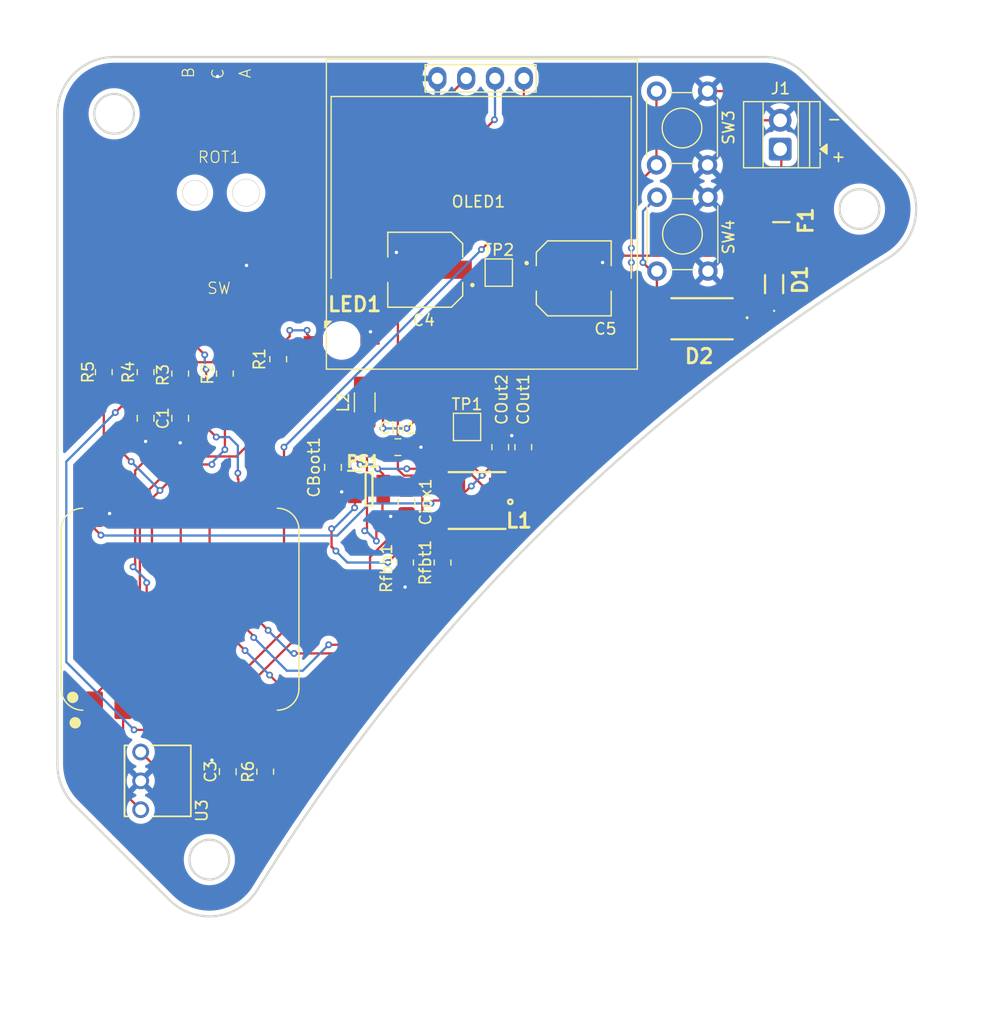
<source format=kicad_pcb>
(kicad_pcb (version 20241229) (generator "pcbnew") (generator_version "9.0")
  (layers (0 "F.Cu" signal) (2 "B.Cu" signal) (13 "F.Paste" user) (15 "B.Paste" user) (5 "F.SilkS" user "F.Silkscreen") (7 "B.SilkS" user "B.Silkscreen") (1 "F.Mask" user) (3 "B.Mask" user) (25 "Edge.Cuts" user))
  (net 0 "")
  (net 1 "Net-(OLED1-SCL)")
  (net 2 "Net-(U1-D2)")
  (net 3 "Net-(U1-D3)")
  (net 4 "Net-(D1-A)")
  (net 5 "Net-(OLED1-SDA)")
  (net 6 "Net-(D1-K)")
  (net 7 "+12V")
  (net 8 "Net-(PS1-CB)")
  (net 9 "/3V3")
  (net 10 "GND")
  (net 11 "Net-(PS1-FB)")
  (net 12 "Net-(PS1-SW)")
  (net 13 "Net-(LED1-A)")
  (net 14 "Net-(U1-D0)")
  (net 15 "Net-(U1-D8)")
  (net 16 "Net-(R2-Pad2)")
  (net 17 "Net-(U1-D10)")
  (net 18 "Net-(R4-Pad1)")
  (net 19 "Net-(U1-D9)")
  (net 21 "+5V")
  (net 22 "Net-(U1-D1)")
  (net 24 "Net-(U3-VS)")
  (net 25 "Net-(PS1-EN)")
  (footprint "Resistor_SMD:R_0805_2012Metric_Pad1.20x1.40mm_HandSolder" (layer "F.Cu") (at 128.27 83.058 -90)
    (property "Reference" "R3" (at 0.127 1.524 90) (layer "F.SilkS"))
    (property "Value" "10k")
    (pad "1" smd roundrect (at -1 0 270) (size 1.2 1.4) (layers "F.Cu" "F.Mask" "F.Paste") (roundrect_rratio 0.208333) (net 16 "Net-(R2-Pad2)"))
    (pad "2" smd roundrect (at 1 0 270) (size 1.2 1.4) (layers "F.Cu" "F.Mask" "F.Paste") (roundrect_rratio 0.208333) (net 2 "Net-(U1-D2)"))
  )
  (footprint "Resistor_SMD:R_0805_2012Metric_Pad1.20x1.40mm_HandSolder" (layer "F.Cu") (at 151.384 99.695 -90)
    (property "Reference" "Rfbt1" (at 0 1.524 90) (layer "F.SilkS"))
    (property "Value" "88.7k")
    (pad "1" smd roundrect (at -1 0 270) (size 1.2 1.4) (layers "F.Cu" "F.Mask" "F.Paste") (roundrect_rratio 0.208333) (net 21 "+5V"))
    (pad "2" smd roundrect (at 1 0 270) (size 1.2 1.4) (layers "F.Cu" "F.Mask" "F.Paste") (roundrect_rratio 0.208333) (net 11 "Net-(PS1-FB)"))
  )
  (footprint "CAP_EEEFK1V470P:CAP_EEEFK1V470P" (layer "F.Cu") (at 162.941 74.676)
    (property "Reference" "C5" (at 2.794 4.445 0) (layer "F.SilkS"))
    (property "Value" "47uF")
    (pad "1" smd rect (at -2.5 0) (size 3.2 1.6) (layers "F.Cu" "F.Mask" "F.Paste") (net 6 "Net-(D1-K)"))
    (pad "2" smd rect (at 2.5 0) (size 3.2 1.6) (layers "F.Cu" "F.Mask" "F.Paste") (net 10 "GND"))
  )
  (footprint "LMR50410XDBVR:SOT95P280X145-6N" (layer "F.Cu") (at 144.907 93.218)
    (property "Reference" "PS1" (at -0.508 -2.413 0) (layer "F.SilkS") (effects (font (thickness 0.25))))
    (property "Value" "LMR50410XDBVR" (hide yes))
    (pad "1" smd rect (at -1.25 -0.95 90) (size 0.6 1.2) (layers "F.Cu" "F.Mask" "F.Paste") (net 8 "Net-(PS1-CB)"))
    (pad "2" smd rect (at -1.25 0 90) (size 0.6 1.2) (layers "F.Cu" "F.Mask" "F.Paste") (net 10 "GND"))
    (pad "3" smd rect (at -1.25 0.95 90) (size 0.6 1.2) (layers "F.Cu" "F.Mask" "F.Paste") (net 11 "Net-(PS1-FB)"))
    (pad "4" smd rect (at 1.25 0.95 90) (size 0.6 1.2) (layers "F.Cu" "F.Mask" "F.Paste") (net 25 "Net-(PS1-EN)"))
    (pad "5" smd rect (at 1.25 0 90) (size 0.6 1.2) (layers "F.Cu" "F.Mask" "F.Paste") (net 25 "Net-(PS1-EN)"))
    (pad "6" smd rect (at 1.25 -0.95 90) (size 0.6 1.2) (layers "F.Cu" "F.Mask" "F.Paste") (net 12 "Net-(PS1-SW)"))
  )
  (footprint "Capacitor_SMD:C_0805_2012Metric_Pad1.18x1.45mm_HandSolder" (layer "F.Cu") (at 148.209 94.361 -90)
    (property "Reference" "Cinx1" (at 0 -1.68 270) (layer "F.SilkS"))
    (property "Value" "100nF")
    (pad "1" smd roundrect (at -1.0375 0 270) (size 1.175 1.45) (layers "F.Cu" "F.Mask" "F.Paste") (roundrect_rratio 0.212766) (net 25 "Net-(PS1-EN)"))
    (pad "2" smd roundrect (at 1.0375 0 270) (size 1.175 1.45) (layers "F.Cu" "F.Mask" "F.Paste") (roundrect_rratio 0.212766) (net 10 "GND"))
  )
  (footprint "XIAO:XIAO-ESP32S3-DIP" (layer "F.Cu") (at 128.32 103.804 90)
    (property "Reference" "U1" (hide yes))
    (property "Value" "XIAO-ESP32-C6-DIP" (hide yes))
    (pad "1" smd roundrect (at -8.455 -7.62 270) (size 2.432 1.524) (layers "F.Cu" "F.Mask" "F.Paste") (roundrect_rratio 0.1) (net 14 "Net-(U1-D0)"))
    (pad "2" smd roundrect (at -8.455 -5.08 270) (size 2.432 1.524) (layers "F.Cu" "F.Mask" "F.Paste") (roundrect_rratio 0.1) (net 22 "Net-(U1-D1)"))
    (pad "3" smd roundrect (at -8.455 -2.54 270) (size 2.432 1.524) (layers "F.Cu" "F.Mask" "F.Paste") (roundrect_rratio 0.1) (net 2 "Net-(U1-D2)"))
    (pad "4" smd roundrect (at -8.455 0 270) (size 2.432 1.524) (layers "F.Cu" "F.Mask" "F.Paste") (roundrect_rratio 0.1) (net 3 "Net-(U1-D3)"))
    (pad "5" smd roundrect (at -8.455 2.54 270) (size 2.432 1.524) (layers "F.Cu" "F.Mask" "F.Paste") (roundrect_rratio 0.1) (net 5 "Net-(OLED1-SDA)"))
    (pad "6" smd roundrect (at -8.455 5.08 270) (size 2.432 1.524) (layers "F.Cu" "F.Mask" "F.Paste") (roundrect_rratio 0.1) (net 1 "Net-(OLED1-SCL)"))
    (pad "7" smd roundrect (at -8.455 7.62 270) (size 2.432 1.524) (layers "F.Cu" "F.Mask" "F.Paste") (roundrect_rratio 0.1))
    (pad "8" smd roundrect (at 8.455 7.62 90) (size 2.432 1.524) (layers "F.Cu" "F.Mask" "F.Paste") (roundrect_rratio 0.1))
    (pad "9" smd roundrect (at 8.455 5.08 90) (size 2.432 1.524) (layers "F.Cu" "F.Mask" "F.Paste") (roundrect_rratio 0.1) (net 15 "Net-(U1-D8)"))
    (pad "10" smd roundrect (at 8.455 2.54 90) (size 2.432 1.524) (layers "F.Cu" "F.Mask" "F.Paste") (roundrect_rratio 0.1) (net 19 "Net-(U1-D9)"))
    (pad "11" smd roundrect (at 8.455 0 90) (size 2.432 1.524) (layers "F.Cu" "F.Mask" "F.Paste") (roundrect_rratio 0.1) (net 17 "Net-(U1-D10)"))
    (pad "12" smd roundrect (at 8.455 -2.54 90) (size 2.432 1.524) (layers "F.Cu" "F.Mask" "F.Paste") (roundrect_rratio 0.1) (net 9 "/3V3"))
    (pad "13" smd roundrect (at 8.455 -5.08 90) (size 2.432 1.524) (layers "F.Cu" "F.Mask" "F.Paste") (roundrect_rratio 0.1) (net 10 "GND"))
    (pad "14" smd roundrect (at 8.455 -7.62 90) (size 2.432 1.524) (layers "F.Cu" "F.Mask" "F.Paste") (roundrect_rratio 0.1) (net 21 "+5V"))
  )
  (footprint "Button_Switch_THT:SW_TH_Tactile_Omron_B3F-100x" (layer "F.Cu") (at 170.23 64.688 90)
    (property "Reference" "SW3" (at 3.302 6.35 90) (layer "F.SilkS"))
    (property "Value" "InOut")
    (pad "1" thru_hole circle (at 0 0 90) (size 1.7 1.7) (drill 1) (layers "*.Cu" "*.Mask") (net 17 "Net-(U1-D10)"))
    (pad "1" thru_hole circle (at 6.5 0 90) (size 1.7 1.7) (drill 1) (layers "*.Cu" "*.Mask") (net 17 "Net-(U1-D10)"))
    (pad "2" thru_hole circle (at 0 4.5 90) (size 1.7 1.7) (drill 1) (layers "*.Cu" "*.Mask") (net 10 "GND"))
    (pad "2" thru_hole circle (at 6.5 4.5 90) (size 1.7 1.7) (drill 1) (layers "*.Cu" "*.Mask") (net 10 "GND"))
  )
  (footprint "SRN5040:SRN5040" (layer "F.Cu") (at 154.422 94.234 180)
    (property "Reference" "L1" (at -3.693 -1.778 0) (layer "F.SilkS") (effects (font (size 1.27 1.27) (thickness 0.254))))
    (property "Value" "15uH" (hide yes))
    (pad "1" smd rect (at -1.8 0 180) (size 1.5 4) (layers "F.Cu" "F.Mask" "F.Paste") (net 12 "Net-(PS1-SW)"))
    (pad "2" smd rect (at 1.8 0 180) (size 1.5 4) (layers "F.Cu" "F.Mask" "F.Paste") (net 21 "+5V"))
  )
  (footprint "TerminalBlock:TerminalBlock_Xinya_XY308-2.54-2P_1x02_P2.54mm_Horizontal" (layer "F.Cu") (at 181.1235 63.296 90)
    (property "Reference" "J1" (at 5.339 0.0285 180) (layer "F.SilkS"))
    (property "Value" "Power IN")
    (pad "1" thru_hole roundrect (at 0 0 90) (size 2 2) (drill 1.2) (layers "*.Cu" "*.Mask") (roundrect_rratio 0.125) (net 7 "+12V"))
    (pad "2" thru_hole circle (at 2.539999 0 90) (size 2 2) (drill 1.2) (layers "*.Cu" "*.Mask") (net 10 "GND"))
  )
  (footprint "Resistor_SMD:R_0805_2012Metric_Pad1.20x1.40mm_HandSolder" (layer "F.Cu") (at 121.539 82.931 -90)
    (property "Reference" "R5" (at 0 1.397 90) (layer "F.SilkS"))
    (property "Value" "10k")
    (pad "1" smd roundrect (at -1 0 270) (size 1.2 1.4) (layers "F.Cu" "F.Mask" "F.Paste") (roundrect_rratio 0.208333) (net 18 "Net-(R4-Pad1)"))
    (pad "2" smd roundrect (at 1 0 270) (size 1.2 1.4) (layers "F.Cu" "F.Mask" "F.Paste") (roundrect_rratio 0.208333) (net 9 "/3V3"))
  )
  (footprint "Inductor_SMD:L_1206_3216Metric_Pad1.22x1.90mm_HandSolder" (layer "F.Cu") (at 144.526 85.598 90)
    (property "Reference" "L2" (at 0 -1.9 90) (layer "F.SilkS"))
    (property "Value" "L_Ferrite")
    (pad "1" smd roundrect (at -1.6625 0 90) (size 1.225 1.9) (layers "F.Cu" "F.Mask" "F.Paste") (roundrect_rratio 0.204082) (net 25 "Net-(PS1-EN)"))
    (pad "2" smd roundrect (at 1.6625 0 90) (size 1.225 1.9) (layers "F.Cu" "F.Mask" "F.Paste") (roundrect_rratio 0.204082) (net 6 "Net-(D1-K)"))
  )
  (footprint "Resistor_SMD:R_0805_2012Metric_Pad1.20x1.40mm_HandSolder" (layer "F.Cu") (at 125.222 82.931 -90)
    (property "Reference" "R4" (at 0 1.524 90) (layer "F.SilkS"))
    (property "Value" "10k")
    (pad "1" smd roundrect (at -1 0 270) (size 1.2 1.4) (layers "F.Cu" "F.Mask" "F.Paste") (roundrect_rratio 0.208333) (net 18 "Net-(R4-Pad1)"))
    (pad "2" smd roundrect (at 1 0 270) (size 1.2 1.4) (layers "F.Cu" "F.Mask" "F.Paste") (roundrect_rratio 0.208333) (net 3 "Net-(U1-D3)"))
  )
  (footprint "TSOP48:TSOP48_VIS" (layer "F.Cu") (at 124.77998 121.449696 90)
    (property "Reference" "U3" (at -0.089304 5.39502 90) (layer "F.SilkS"))
    (property "Value" "TSOP4838")
    (pad "1" thru_hole circle (at -0.007304 0.00942 90) (size 1.4732 1.4732) (drill 0.9652) (layers "*.Cu" "*.Mask") (net 22 "Net-(U1-D1)"))
    (pad "2" thru_hole circle (at 2.532696 0.00942 90) (size 1.4732 1.4732) (drill 0.9652) (layers "*.Cu" "*.Mask") (net 10 "GND"))
    (pad "3" thru_hole circle (at 5.072696 0.00942 90) (size 1.4732 1.4732) (drill 0.9652) (layers "*.Cu" "*.Mask") (net 24 "Net-(U3-VS)"))
  )
  (footprint "TestPoint:TestPoint_Pad_2.0x2.0mm" (layer "F.Cu") (at 153.543 87.757)
    (property "Reference" "TP1" (at 0 -1.998 0) (layer "F.SilkS"))
    (property "Value" "TestPoint")
    (pad "1" smd rect (at 0 0) (size 2 2) (layers "F.Cu" "F.Mask") (net 21 "+5V"))
  )
  (footprint "OLED_1306:128x64OLED" (layer "F.Cu") (at 154.546 67.668)
    (property "Reference" "OLED1" (at 0 0.254 0) (layer "F.SilkS"))
    (property "Value" "SSD1306")
    (pad "1" thru_hole oval (at -3.62 -10.6 90) (size 2 1.6) (drill 1) (layers "*.Cu" "*.Mask") (net 10 "GND"))
    (pad "2" thru_hole oval (at -1.08 -10.6 90) (size 2 1.6) (drill 1) (layers "*.Cu" "*.Mask") (net 9 "/3V3"))
    (pad "3" thru_hole oval (at 1.46 -10.6 90) (size 2 1.6) (drill 1) (layers "*.Cu" "*.Mask") (net 1 "Net-(OLED1-SCL)"))
    (pad "4" thru_hole oval (at 4 -10.6 90) (size 2 1.6) (drill 1) (layers "*.Cu" "*.Mask") (net 5 "Net-(OLED1-SDA)"))
  )
  (footprint "RB168MM40TFTR:RB168MM40TFTR" (layer "F.Cu") (at 180.594 75.183 180)
    (property "Reference" "D1" (at -2.286 0.381 90) (layer "F.SilkS") (effects (font (size 1.27 1.27) (thickness 0.254))))
    (property "Value" "RB168MM-40TFTR" (hide yes))
    (pad "1" smd rect (at 0 -1.525 270) (size 0.85 1.2) (layers "F.Cu" "F.Mask" "F.Paste") (net 6 "Net-(D1-K)"))
    (pad "2" smd rect (at 0 1.525 270) (size 0.85 1.2) (layers "F.Cu" "F.Mask" "F.Paste") (net 4 "Net-(D1-A)"))
  )
  (footprint "Capacitor_SMD:C_0805_2012Metric_Pad1.18x1.45mm_HandSolder" (layer "F.Cu") (at 125.222 86.995 -90)
    (property "Reference" "C2" (hide yes))
    (property "Value" "10nF")
    (pad "1" smd roundrect (at -1.0375 0 270) (size 1.175 1.45) (layers "F.Cu" "F.Mask" "F.Paste") (roundrect_rratio 0.212766) (net 3 "Net-(U1-D3)"))
    (pad "2" smd roundrect (at 1.0375 0 270) (size 1.175 1.45) (layers "F.Cu" "F.Mask" "F.Paste") (roundrect_rratio 0.212766) (net 10 "GND"))
  )
  (footprint "CAP_EEEFK1V470P:CAP_EEEFK1V470P" (layer "F.Cu") (at 149.86 73.914 180)
    (property "Reference" "C4" (at 0.127 -4.445 0) (layer "F.SilkS"))
    (property "Value" "47uF")
    (pad "1" smd rect (at -2.5 0 180) (size 3.2 1.6) (layers "F.Cu" "F.Mask" "F.Paste") (net 6 "Net-(D1-K)"))
    (pad "2" smd rect (at 2.5 0 180) (size 3.2 1.6) (layers "F.Cu" "F.Mask" "F.Paste") (net 10 "GND"))
  )
  (footprint "Button_Switch_THT:SW_TH_Tactile_Omron_B3F-100x" (layer "F.Cu") (at 170.266 74.034 90)
    (property "Reference" "SW4" (at 2.996 6.314 270) (layer "F.SilkS"))
    (property "Value" "OnOff")
    (pad "1" thru_hole circle (at 0 0 90) (size 1.7 1.7) (drill 1) (layers "*.Cu" "*.Mask") (net 19 "Net-(U1-D9)"))
    (pad "1" thru_hole circle (at 6.5 0 90) (size 1.7 1.7) (drill 1) (layers "*.Cu" "*.Mask") (net 19 "Net-(U1-D9)"))
    (pad "2" thru_hole circle (at 0 4.5 90) (size 1.7 1.7) (drill 1) (layers "*.Cu" "*.Mask") (net 10 "GND"))
    (pad "2" thru_hole circle (at 6.5 4.5 90) (size 1.7 1.7) (drill 1) (layers "*.Cu" "*.Mask") (net 10 "GND"))
  )
  (footprint "Resistor_SMD:R_0805_2012Metric_Pad1.20x1.40mm_HandSolder" (layer "F.Cu") (at 148.082 99.695 -90)
    (property "Reference" "Rfbb1" (at 0.508 1.651 90) (layer "F.SilkS"))
    (property "Value" "22.1k")
    (pad "1" smd roundrect (at -1 0 270) (size 1.2 1.4) (layers "F.Cu" "F.Mask" "F.Paste") (roundrect_rratio 0.208333) (net 11 "Net-(PS1-FB)"))
    (pad "2" smd roundrect (at 1 0 270) (size 1.2 1.4) (layers "F.Cu" "F.Mask" "F.Paste") (roundrect_rratio 0.208333) (net 10 "GND"))
  )
  (footprint "Capacitor_SMD:C_0805_2012Metric_Pad1.18x1.45mm_HandSolder" (layer "F.Cu") (at 132.461 118.11 90)
    (property "Reference" "C3" (at 0 -1.524 90) (layer "F.SilkS"))
    (property "Value" "100nF")
    (pad "1" smd roundrect (at -1.0375 0 90) (size 1.175 1.45) (layers "F.Cu" "F.Mask" "F.Paste") (roundrect_rratio 0.212766) (net 24 "Net-(U3-VS)"))
    (pad "2" smd roundrect (at 1.0375 0 90) (size 1.175 1.45) (layers "F.Cu" "F.Mask" "F.Paste") (roundrect_rratio 0.212766) (net 10 "GND"))
  )
  (footprint "TestPoint:TestPoint_Pad_2.0x2.0mm" (layer "F.Cu") (at 156.337 74.168)
    (property "Reference" "TP2" (at 0 -1.998 0) (layer "F.SilkS"))
    (property "Value" "TestPoint")
    (pad "1" smd rect (at 0 0) (size 2 2) (layers "F.Cu" "F.Mask") (net 6 "Net-(D1-K)"))
  )
  (footprint "Resistor_SMD:R_0805_2012Metric_Pad1.20x1.40mm_HandSolder" (layer "F.Cu") (at 132.207 83.058 90)
    (property "Reference" "R2" (at 0 -1.524 90) (layer "F.SilkS"))
    (property "Value" "10k")
    (pad "1" smd roundrect (at -1 0 90) (size 1.2 1.4) (layers "F.Cu" "F.Mask" "F.Paste") (roundrect_rratio 0.208333) (net 9 "/3V3"))
    (pad "2" smd roundrect (at 1 0 90) (size 1.2 1.4) (layers "F.Cu" "F.Mask" "F.Paste") (roundrect_rratio 0.208333) (net 16 "Net-(R2-Pad2)"))
  )
  (footprint "Capacitor_SMD:C_0805_2012Metric_Pad1.18x1.45mm_HandSolder" (layer "F.Cu") (at 128.27 86.995 -90)
    (property "Reference" "C1" (at 0 1.524 90) (layer "F.SilkS"))
    (property "Value" "10nF")
    (pad "1" smd roundrect (at -1.0375 0 270) (size 1.175 1.45) (layers "F.Cu" "F.Mask" "F.Paste") (roundrect_rratio 0.212766) (net 2 "Net-(U1-D2)"))
    (pad "2" smd roundrect (at 1.0375 0 270) (size 1.175 1.45) (layers "F.Cu" "F.Mask" "F.Paste") (roundrect_rratio 0.212766) (net 10 "GND"))
  )
  (footprint "VSMY2940RGX01:VSMY2940RGX01" (layer "F.Cu") (at 142.494 80.137)
    (property "Reference" "LED1" (at 1.143 -3.175 0) (layer "F.SilkS") (effects (font (size 1.27 1.27) (thickness 0.254))))
    (property "Value" "VSMY2940RGX01" (hide yes))
    (pad "" np_thru_hole circle (at 0 0) (size 2.3 2.3) (drill 2.3) (layers "*.Cu" "*.Mask"))
    (pad "1" smd rect (at 2.5 0 90) (size 0.75 1.7) (layers "F.Cu" "F.Mask" "F.Paste") (net 10 "GND"))
    (pad "2" smd rect (at -2.5 0 90) (size 0.75 1.7) (layers "F.Cu" "F.Mask" "F.Paste") (net 13 "Net-(LED1-A)"))
    (zone (net 0) (net_name "") (layer "B.Cu") (connect_pads (clearance 0)) (min_thickness 0.25)
      (keepout (tracks allowed) (vias allowed) (pads allowed) (copperpour not_allowed) (footprints allowed))
      (fill (thermal_gap 0.5) (thermal_bridge_width 0.5))
      (polygon (pts (arc (start 140.794 80.137) (mid 144.194 80.137) (end 140.794 80.137))))
    )
  )
  (footprint "Library:RotaryEncoder" (layer "F.Cu") (at 131.972 67.128)
    (property "Reference" "ROT1" (at -0.273 -3.12 0) (layer "F.SilkS") (effects (font (thickness 0.1))))
    (property "Value" "RotaryEncoder_Switch")
    (fp_circle (center -2.3994 0.0054) (end -1.3 0.0054) (stroke (width 0.05)) (fill no) (layer "Edge.Cuts"))
    (fp_circle (center 2.1006 0.0054) (end 3.3 0.0054) (stroke (width 0.05)) (fill no) (layer "Edge.Cuts"))
    (fp_text user "A" (at 2.6 -10 90) (layer "F.SilkS") (effects (font (thickness 0.1)) (justify left bottom)))
    (fp_text user "C" (at 0.2 -9.9 90) (layer "F.SilkS") (effects (font (thickness 0.1)) (justify left bottom)))
    (fp_text user "SW" (at -1.4 9 0) (layer "F.SilkS") (effects (font (thickness 0.1)) (justify left bottom)))
    (pad "A" smd roundrect (at 2.1 -8.2) (size 1.8 2.9) (layers "F.Cu" "F.Mask" "F.Paste") (roundrect_rratio 0.15) (net 16 "Net-(R2-Pad2)"))
    (pad "B" smd roundrect (at -2.9 -8.2) (size 1.8 2.9) (layers "F.Cu" "F.Mask" "F.Paste") (roundrect_rratio 0.15) (net 18 "Net-(R4-Pad1)"))
    (pad "C" smd roundrect (at -0.4 -8.2) (size 1.8 2.9) (layers "F.Cu" "F.Mask" "F.Paste") (roundrect_rratio 0.15) (net 10 "GND"))
    (pad "S1" smd roundrect (at -2.9 8.4) (size 1.8 2.9) (layers "F.Cu" "F.Mask" "F.Paste") (roundrect_rratio 0.15) (net 15 "Net-(U1-D8)"))
    (pad "S2" smd roundrect (at 2.1 8.4) (size 1.8 2.9) (layers "F.Cu" "F.Mask" "F.Paste") (roundrect_rratio 0.15) (net 10 "GND"))
    (pad "X" smd roundrect (at -7 0.0054) (size 2.5 3) (layers "F.Cu" "F.Mask" "F.Paste") (roundrect_rratio 0.15))
    (pad "Y" smd roundrect (at 6.3 0.0054) (size 2.5 3) (layers "F.Cu" "F.Mask" "F.Paste") (roundrect_rratio 0.15))
  )
  (footprint "Resistor_SMD:R_0805_2012Metric_Pad1.20x1.40mm_HandSolder" (layer "F.Cu") (at 158.496 89.535 90)
    (property "Reference" "COut1" (at 4.191 0 90) (layer "F.SilkS"))
    (property "Value" "10uF")
    (pad "1" smd roundrect (at -1 0 90) (size 1.2 1.4) (layers "F.Cu" "F.Mask" "F.Paste") (roundrect_rratio 0.208333) (net 21 "+5V"))
    (pad "2" smd roundrect (at 1 0 90) (size 1.2 1.4) (layers "F.Cu" "F.Mask" "F.Paste") (roundrect_rratio 0.208333) (net 10 "GND"))
  )
  (footprint "Resistor_SMD:R_0805_2012Metric_Pad1.20x1.40mm_HandSolder" (layer "F.Cu") (at 135.763 118.11 -90)
    (property "Reference" "R6" (at 0 1.524 90) (layer "F.SilkS"))
    (property "Value" "100")
    (pad "1" smd roundrect (at -1 0 270) (size 1.2 1.4) (layers "F.Cu" "F.Mask" "F.Paste") (roundrect_rratio 0.208333) (net 9 "/3V3"))
    (pad "2" smd roundrect (at 1 0 270) (size 1.2 1.4) (layers "F.Cu" "F.Mask" "F.Paste") (roundrect_rratio 0.208333) (net 24 "Net-(U3-VS)"))
  )
  (footprint "FUSC3216X100N:FUSC3216X100N" (layer "F.Cu") (at 181.229 69.723 90)
    (property "Reference" "F1" (at 0.127 2.159 90) (layer "F.SilkS") (effects (font (size 1.27 1.27) (thickness 0.254))))
    (property "Value" "1206L025_24YR" (hide yes))
    (pad "1" smd rect (at -1.475 0 90) (size 1.16 1.82) (layers "F.Cu" "F.Mask" "F.Paste") (net 4 "Net-(D1-A)"))
    (pad "2" smd rect (at 1.475 0 90) (size 1.16 1.82) (layers "F.Cu" "F.Mask" "F.Paste") (net 7 "+12V"))
  )
  (footprint "Resistor_SMD:R_0805_2012Metric_Pad1.20x1.40mm_HandSolder" (layer "F.Cu") (at 156.464 89.535 90)
    (property "Reference" "COut2" (at 4.191 0.127 90) (layer "F.SilkS"))
    (property "Value" "10uF")
    (pad "1" smd roundrect (at -1 0 90) (size 1.2 1.4) (layers "F.Cu" "F.Mask" "F.Paste") (roundrect_rratio 0.208333) (net 21 "+5V"))
    (pad "2" smd roundrect (at 1 0 90) (size 1.2 1.4) (layers "F.Cu" "F.Mask" "F.Paste") (roundrect_rratio 0.208333) (net 10 "GND"))
  )
  (footprint "Capacitor_SMD:C_0805_2012Metric_Pad1.18x1.45mm_HandSolder" (layer "F.Cu") (at 147.447 89.535)
    (property "Reference" "Cin1" (at 0 -1.68 0) (layer "F.SilkS"))
    (property "Value" "4.7uF")
    (pad "1" smd roundrect (at -1.0375 0) (size 1.175 1.45) (layers "F.Cu" "F.Mask" "F.Paste") (roundrect_rratio 0.212766) (net 25 "Net-(PS1-EN)"))
    (pad "2" smd roundrect (at 1.0375 0) (size 1.175 1.45) (layers "F.Cu" "F.Mask" "F.Paste") (roundrect_rratio 0.212766) (net 10 "GND"))
  )
  (footprint "Resistor_SMD:R_0805_2012Metric_Pad1.20x1.40mm_HandSolder" (layer "F.Cu") (at 136.906 81.788 90)
    (property "Reference" "R1" (at 0 -1.65 90) (layer "F.SilkS"))
    (property "Value" "100")
    (pad "1" smd roundrect (at -1 0 90) (size 1.2 1.4) (layers "F.Cu" "F.Mask" "F.Paste") (roundrect_rratio 0.208333) (net 14 "Net-(U1-D0)"))
    (pad "2" smd roundrect (at 1 0 90) (size 1.2 1.4) (layers "F.Cu" "F.Mask" "F.Paste") (roundrect_rratio 0.208333) (net 13 "Net-(LED1-A)"))
  )
  (footprint "Capacitor_SMD:C_0805_2012Metric_Pad1.18x1.45mm_HandSolder" (layer "F.Cu") (at 141.732 91.313 90)
    (property "Reference" "CBoot1" (at 0 -1.68 90) (layer "F.SilkS"))
    (property "Value" "100nF")
    (pad "1" smd roundrect (at -1.0375 0 90) (size 1.175 1.45) (layers "F.Cu" "F.Mask" "F.Paste") (roundrect_rratio 0.212766) (net 8 "Net-(PS1-CB)"))
    (pad "2" smd roundrect (at 1.0375 0 90) (size 1.175 1.45) (layers "F.Cu" "F.Mask" "F.Paste") (roundrect_rratio 0.212766) (net 12 "Net-(PS1-SW)"))
  )
  (footprint "DIONM5436X261N:DIONM5436X261N" (layer "F.Cu") (at 174.244 78.232 180)
    (property "Reference" "D2" (at 0.254 -3.302 0) (layer "F.SilkS") (effects (font (size 1.27 1.27) (thickness 0.254))))
    (property "Value" "SMBJ18A" (hide yes))
    (pad "1" smd rect (at -2.2 0 270) (size 2.15 2.2) (layers "F.Cu" "F.Mask" "F.Paste") (net 6 "Net-(D1-K)"))
    (pad "2" smd rect (at 2.2 0 270) (size 2.15 2.2) (layers "F.Cu" "F.Mask" "F.Paste") (net 10 "GND"))
  )
  (gr_line (start 122.449999 55.185001) (end 179.72565 55.185001) (stroke (width 0.2)) (layer "Edge.Cuts"))
  (gr_arc (start 179.72565 55.185001) (mid 181.639066 55.565603) (end 183.261183 56.649467) (stroke (width 0.2)) (layer "Edge.Cuts"))
  (gr_circle (center 188.113548 68.572899) (end 189.863548 68.572899) (stroke (width 0.2)) (fill no) (layer "Edge.Cuts"))
  (gr_arc (start 135.090366 128.478476) (mid 131.415418 130.815084) (end 127.302365 129.384083) (stroke (width 0.2)) (layer "Edge.Cuts"))
  (gr_line (start 117.45 117.460651) (end 117.45 60.185001) (stroke (width 0.2)) (layer "Edge.Cuts"))
  (gr_arc (start 117.45 60.185001) (mid 118.914466 56.649467) (end 122.449999 55.185001) (stroke (width 0.2)) (layer "Edge.Cuts"))
  (gr_circle (center 130.837898 125.848549) (end 132.587898 125.848549) (stroke (width 0.2)) (fill no) (layer "Edge.Cuts"))
  (gr_line (start 127.302365 129.384083) (end 118.914465 120.996183) (stroke (width 0.2)) (layer "Edge.Cuts"))
  (gr_circle (center 122.45 60.185001) (end 124.2 60.185001) (stroke (width 0.2)) (fill no) (layer "Edge.Cuts"))
  (gr_arc (start 118.914465 120.996183) (mid 117.830602 119.374067) (end 117.45 117.460651) (stroke (width 0.2)) (layer "Edge.Cuts"))
  (gr_line (start 183.261183 56.649467) (end 191.649082 65.037366) (stroke (width 0.2)) (layer "Edge.Cuts"))
  (gr_circle (center 142.441378 80.176379) (end 142.451378 80.176379) (stroke (width 0.0001)) (fill yes) (layer "Edge.Cuts"))
  (gr_arc (start 191.649082 65.037366) (mid 193.080083 69.150419) (end 190.743475 72.825367) (stroke (width 0.2)) (layer "Edge.Cuts"))
  (gr_arc (start 135.090366 128.478476) (mid 159.681187 97.416188) (end 190.743475 72.825367) (stroke (width 0.2)) (layer "Edge.Cuts"))
  (gr_text "." (at 177.673 78.486 0) (layer "F.SilkS") (effects (font (size 2 2) (thickness 0.1)) (justify left bottom)))
  (gr_text "-" (at 185.166 61.214 0) (layer "F.SilkS") (effects (font (size 1 1)) (justify left bottom)))
  (gr_text "B" (at 129.572 57.128 90) (layer "F.SilkS") (effects (font (size 1 1) (thickness 0.1)) (justify left bottom)))
  (gr_text "+" (at 185.547 64.516 0) (layer "F.SilkS") (effects (font (size 1 1)) (justify left bottom)))
  (segment (start 150.459 73.696) (end 147.447 76.708) (width 0.2) (layer "F.Cu") (net 1))
  (segment (start 149.191 92.041) (end 149.606 92.456) (width 0.2) (layer "F.Cu") (net 1))
  (segment (start 143.48416 103.632) (end 141.192 103.632) (width 0.2) (layer "F.Cu") (net 1))
  (segment (start 155.956 60.706) (end 150.459 66.203) (width 0.2) (layer "F.Cu") (net 1))
  (segment (start 149.606 95.631) (end 148.66784 96.56916) (width 0.2) (layer "F.Cu") (net 1))
  (segment (start 144.998 102.11816) (end 143.48416 103.632) (width 0.2) (layer "F.Cu") (net 1))
  (segment (start 147.447 76.708) (end 147.447 91.502943) (width 0.2) (layer "F.Cu") (net 1))
  (segment (start 150.459 66.203) (end 150.459 73.696) (width 0.2) (layer "F.Cu") (net 1))
  (segment (start 147.447 91.502943) (end 147.985057 92.041) (width 0.2) (layer "F.Cu") (net 1))
  (segment (start 148.66784 96.56916) (end 147.634 96.56916) (width 0.2) (layer "F.Cu") (net 1))
  (segment (start 147.985057 92.041) (end 149.191 92.041) (width 0.2) (layer "F.Cu") (net 1))
  (segment (start 141.192 103.632) (end 133.4 111.424) (width 0.2) (layer "F.Cu") (net 1))
  (segment (start 144.998 99.20516) (end 144.998 102.11816) (width 0.2) (layer "F.Cu") (net 1))
  (segment (start 149.606 92.456) (end 149.606 95.631) (width 0.2) (layer "F.Cu") (net 1))
  (segment (start 147.634 96.56916) (end 144.998 99.20516) (width 0.2) (layer "F.Cu") (net 1))
  (via (at 155.956 60.706) (size 0.6) (drill 0.3) (layers "F.Cu" "B.Cu") (net 1))
  (segment (start 156.006 60.656) (end 156.006 57.068) (width 0.2) (layer "B.Cu") (net 1))
  (segment (start 155.956 60.706) (end 156.006 60.656) (width 0.2) (layer "B.Cu") (net 1))
  (segment (start 126.746 89.154) (end 126.746 86.995) (width 0.2) (layer "F.Cu") (net 2))
  (segment (start 124.117 100.076) (end 124.316 99.877) (width 0.2) (layer "F.Cu") (net 2))
  (segment (start 125.317 111.796) (end 125.317 101.473) (width 0.2) (layer "F.Cu") (net 2))
  (segment (start 127.7835 85.9575) (end 128.27 85.9575) (width 0.2) (layer "F.Cu") (net 2))
  (segment (start 124.117 100.076) (end 124.303 99.89) (width 0.2) (layer "F.Cu") (net 2))
  (segment (start 126.746 86.995) (end 127.7835 85.9575) (width 0.2) (layer "F.Cu") (net 2))
  (segment (start 124.303 91.597) (end 126.746 89.154) (width 0.2) (layer "F.Cu") (net 2))
  (segment (start 125.78 112.259) (end 125.317 111.796) (width 0.2) (layer "F.Cu") (net 2))
  (segment (start 124.303 99.89) (end 124.303 91.597) (width 0.2) (layer "F.Cu") (net 2))
  (segment (start 128.27 84.058) (end 128.27 85.9575) (width 0.2) (layer "F.Cu") (net 2))
  (via (at 124.117 100.076) (size 0.6) (drill 0.3) (layers "F.Cu" "B.Cu") (net 2))
  (via (at 125.317 101.473) (size 0.6) (drill 0.3) (layers "F.Cu" "B.Cu") (net 2))
  (segment (start 125.317 101.276) (end 124.117 100.076) (width 0.2) (layer "B.Cu") (net 2))
  (segment (start 125.317 101.473) (end 125.317 101.276) (width 0.2) (layer "B.Cu") (net 2))
  (segment (start 125.222 83.931) (end 125.222 85.9575) (width 0.2) (layer "F.Cu") (net 3))
  (segment (start 122.555 86.487) (end 123.0845 85.9575) (width 0.2) (layer "F.Cu") (net 3))
  (segment (start 126.152 114.427) (end 124.206 114.427) (width 0.2) (layer "F.Cu") (net 3))
  (segment (start 123.0845 85.9575) (end 125.222 85.9575) (width 0.2) (layer "F.Cu") (net 3))
  (segment (start 128.32 112.259) (end 126.152 114.427) (width 0.2) (layer "F.Cu") (net 3))
  (via (at 122.555 86.487) (size 0.6) (drill 0.3) (layers "F.Cu" "B.Cu") (net 3))
  (via (at 124.206 114.427) (size 0.6) (drill 0.3) (layers "F.Cu" "B.Cu") (net 3))
  (segment (start 118.237 90.805) (end 122.555 86.487) (width 0.2) (layer "B.Cu") (net 3))
  (segment (start 124.206 114.427) (end 118.237 108.458) (width 0.2) (layer "B.Cu") (net 3))
  (segment (start 118.237 108.458) (end 118.237 90.805) (width 0.2) (layer "B.Cu") (net 3))
  (segment (start 180.594 73.659) (end 180.594 71.833) (width 0.2) (layer "F.Cu") (net 4))
  (segment (start 180.594 71.833) (end 181.229 71.198) (width 0.2) (layer "F.Cu") (net 4))
  (segment (start 158.546 57.068) (end 159.099 56.515) (width 0.2) (layer "F.Cu") (net 5))
  (segment (start 130.86 112.259) (end 137.414 105.705) (width 0.2) (layer "F.Cu") (net 5))
  (segment (start 158.546 68.403) (end 158.546 57.068) (width 0.2) (layer "F.Cu") (net 5))
  (segment (start 137.414 105.705) (end 137.414 89.535) (width 0.2) (layer "F.Cu") (net 5))
  (segment (start 154.813 72.136) (end 158.546 68.403) (width 0.2) (layer "F.Cu") (net 5))
  (via (at 137.414 89.535) (size 0.6) (drill 0.3) (layers "F.Cu" "B.Cu") (net 5))
  (via (at 154.813 72.136) (size 0.6) (drill 0.3) (layers "F.Cu" "B.Cu") (net 5))
  (segment (start 137.414 89.535) (end 154.813 72.136) (width 0.2) (layer "B.Cu") (net 5))
  (segment (start 160.441 74.676) (end 157.988 74.676) (width 0.2) (layer "F.Cu") (net 6))
  (segment (start 156.6545 73.3425) (end 156.591 73.279) (width 0.2) (layer "F.Cu") (net 6))
  (segment (start 156.083 73.914) (end 156.6545 73.3425) (width 0.2) (layer "F.Cu") (net 6))
  (segment (start 180.594 76.709) (end 176.563 72.678) (width 0.2) (layer "F.Cu") (net 6))
  (segment (start 152.36 73.914) (end 156.083 73.914) (width 0.2) (layer "F.Cu") (net 6))
  (segment (start 148.234 87.884) (end 156.337 79.781) (width 0.2) (layer "F.Cu") (net 6))
  (segment (start 153.122 74.676) (end 152.36 73.914) (width 0.2) (layer "F.Cu") (net 6))
  (segment (start 157.988 74.676) (end 156.6545 73.3425) (width 0.2) (layer "F.Cu") (net 6))
  (segment (start 180.594 76.709) (end 177.967 76.709) (width 0.2) (layer "F.Cu") (net 6))
  (segment (start 177.967 76.709) (end 176.444 78.232) (width 0.2) (layer "F.Cu") (net 6))
  (segment (start 148.488 87.63) (end 148.234 87.884) (width 0.2) (layer "F.Cu") (net 6))
  (segment (start 157.192 72.678) (end 156.591 73.279) (width 0.2) (layer "F.Cu") (net 6))
  (segment (start 144.526 83.9355) (end 146.13616 85.54566) (width 0.2) (layer "F.Cu") (net 6))
  (segment (start 176.563 72.678) (end 157.192 72.678) (width 0.2) (layer "F.Cu") (net 6))
  (segment (start 156.337 79.781) (end 156.337 74.168) (width 0.2) (layer "F.Cu") (net 6))
  (segment (start 146.13616 85.54566) (end 146.13616 87.884) (width 0.2) (layer "F.Cu") (net 6))
  (via (at 148.234 87.884) (size 0.6) (drill 0.3) (layers "F.Cu" "B.Cu") (net 6))
  (via (at 146.13616 87.884) (size 0.6) (drill 0.3) (layers "F.Cu" "B.Cu") (net 6))
  (segment (start 148.234 87.884) (end 146.13616 87.884) (width 0.2) (layer "B.Cu") (net 6))
  (segment (start 181.229 63.4015) (end 181.1235 63.296) (width 0.2) (layer "F.Cu") (net 7))
  (segment (start 181.229 68.248) (end 181.229 63.4015) (width 0.2) (layer "F.Cu") (net 7))
  (segment (start 141.732 92.263) (end 143.652 92.263) (width 0.2) (layer "F.Cu") (net 8))
  (segment (start 143.652 92.263) (end 143.657 92.268) (width 0.2) (layer "F.Cu") (net 8))
  (segment (start 128.778 91.059) (end 131.064 91.059) (width 0.2) (layer "F.Cu") (net 9))
  (segment (start 125.78 94.057) (end 126.492 93.345) (width 0.2) (layer "F.Cu") (net 9))
  (segment (start 126.492 93.345) (end 128.778 91.059) (width 0.2) (layer "F.Cu") (net 9))
  (segment (start 138.843 71.723) (end 137.922 72.644) (width 0.2) (layer "F.Cu") (net 9))
  (segment (start 125.78 95.349) (end 125.78 99.237) (width 0.2) (layer "F.Cu") (net 9))
  (segment (start 137.017 117.11) (end 135.763 117.11) (width 0.2) (layer "F.Cu") (net 9))
  (segment (start 139.065 115.189) (end 138.938 115.189) (width 0.2) (layer "F.Cu") (net 9))
  (segment (start 137.922 72.644) (end 137.922 77.343) (width 0.2) (layer "F.Cu") (net 9))
  (segment (start 136.144 109.601) (end 139.065 112.522) (width 0.2) (layer "F.Cu") (net 9))
  (segment (start 134.874 81.391) (end 132.207 84.058) (width 0.2) (layer "F.Cu") (net 9))
  (segment (start 121.539 88.392) (end 121.539 83.931) (width 0.2) (layer "F.Cu") (net 9))
  (segment (start 138.938 115.189) (end 137.017 117.11) (width 0.2) (layer "F.Cu") (net 9))
  (segment (start 125.78 95.349) (end 125.78 94.057) (width 0.2) (layer "F.Cu") (net 9))
  (segment (start 125.78 99.237) (end 133.985 107.442) (width 0.2) (layer "F.Cu") (net 9))
  (segment (start 137.922 77.343) (end 134.874 80.391) (width 0.2) (layer "F.Cu") (net 9))
  (segment (start 123.952 90.805) (end 121.539 88.392) (width 0.2) (layer "F.Cu") (net 9))
  (segment (start 132.207 89.755) (end 132.207 84.058) (width 0.2) (layer "F.Cu") (net 9))
  (segment (start 134.874 80.391) (end 134.874 81.391) (width 0.2) (layer "F.Cu") (net 9))
  (segment (start 138.843 71.691) (end 138.843 71.723) (width 0.2) (layer "F.Cu") (net 9))
  (segment (start 153.466 57.068) (end 138.843 71.691) (width 0.2) (layer "F.Cu") (net 9))
  (segment (start 139.065 112.522) (end 139.065 115.189) (width 0.2) (layer "F.Cu") (net 9))
  (via (at 133.985 107.442) (size 0.6) (drill 0.3) (layers "F.Cu" "B.Cu") (net 9))
  (via (at 126.492 93.345) (size 0.6) (drill 0.3) (layers "F.Cu" "B.Cu") (net 9))
  (via (at 136.144 109.601) (size 0.6) (drill 0.3) (layers "F.Cu" "B.Cu") (net 9))
  (via (at 123.952 90.805) (size 0.6) (drill 0.3) (layers "F.Cu" "B.Cu") (net 9))
  (via (at 131.064 91.059) (size 0.6) (drill 0.3) (layers "F.Cu" "B.Cu") (net 9))
  (via (at 132.207 89.755) (size 0.6) (drill 0.3) (layers "F.Cu" "B.Cu") (net 9))
  (segment (start 126.492 93.345) (end 123.952 90.805) (width 0.2) (layer "B.Cu") (net 9))
  (segment (start 133.985 107.442) (end 136.144 109.601) (width 0.2) (layer "B.Cu") (net 9))
  (segment (start 131.064 90.898) (end 132.207 89.755) (width 0.2) (layer "B.Cu") (net 9))
  (segment (start 131.064 91.059) (end 131.064 90.898) (width 0.2) (layer "B.Cu") (net 9))
  (segment (start 172.044 76.756) (end 174.766 74.034) (width 0.2) (layer "F.Cu") (net 10))
  (segment (start 144.994 79.415) (end 145.034 79.375) (width 0.2) (layer "F.Cu") (net 10))
  (segment (start 158.496 88.535) (end 157.496 88.535) (width 0.2) (layer "F.Cu") (net 10))
  (segment (start 157.877 89.011) (end 158.369 89.011) (width 0.2) (layer "F.Cu") (net 10))
  (segment (start 147.36 72.43) (end 147.32 72.39) (width 0.2) (layer "F.Cu") (net 10))
  (segment (start 134.072 73.573) (end 134.112 73.533) (width 0.2) (layer "F.Cu") (net 10))
  (segment (start 147.132 95.311) (end 146.812 95.631) (width 0.2) (layer "F.Cu") (net 10))
  (segment (start 147.36 73.914) (end 147.36 72.43) (width 0.2) (layer "F.Cu") (net 10))
  (segment (start 178.555499 58.188) (end 174.73 58.188) (width 0.2) (layer "F.Cu") (net 10))
  (segment (start 157.496 88.535) (end 157.48 88.519) (width 0.2) (layer "F.Cu") (net 10))
  (segment (start 156.464 88.535) (end 157.464 88.535) (width 0.2) (layer "F.Cu") (net 10))
  (segment (start 148.209 95.311) (end 147.132 95.311) (width 0.2) (layer "F.Cu") (net 10))
  (segment (start 148.082 100.695) (end 148.082 101.854) (width 0.2) (layer "F.Cu") (net 10))
  (segment (start 148.4845 89.535) (end 149.479 89.535) (width 0.2) (layer "F.Cu") (net 10))
  (segment (start 174.73 64.688) (end 178.661999 60.756001) (width 0.2) (layer "F.Cu") (net 10))
  (segment (start 143.657 93.218) (end 142.748 93.218) (width 0.2) (layer "F.Cu") (net 10))
  (segment (start 181.1235 60.756001) (end 178.555499 58.188) (width 0.2) (layer "F.Cu") (net 10))
  (segment (start 131.572 58.928) (end 131.572 56.896) (width 0.2) (layer "F.Cu") (net 10))
  (segment (start 157.464 88.535) (end 157.48 88.519) (width 0.2) (layer "F.Cu") (net 10))
  (segment (start 142.748 93.218) (end 142.494 93.472) (width 0.2) (layer "F.Cu") (net 10))
  (segment (start 178.661999 60.756001) (end 181.1235 60.756001) (width 0.2) (layer "F.Cu") (net 10))
  (segment (start 125.222 88.0325) (end 125.222 89.027) (width 0.2) (layer "F.Cu") (net 10))
  (segment (start 131.0855 117.0725) (end 131.064 117.094) (width 0.2) (layer "F.Cu") (net 10))
  (segment (start 134.072 75.528) (end 134.072 73.573) (width 0.2) (layer "F.Cu") (net 10))
  (segment (start 122.075 95.349) (end 122.047 95.377) (width 0.2) (layer "F.Cu") (net 10))
  (segment (start 165.441 73.319) (end 165.481 73.279) (width 0.2) (layer "F.Cu") (net 10))
  (segment (start 144.994 80.137) (end 144.994 79.415) (width 0.2) (layer "F.Cu") (net 10))
  (segment (start 123.24 95.349) (end 122.075 95.349) (width 0.2) (layer "F.Cu") (net 10))
  (segment (start 165.441 74.676) (end 165.441 73.319) (width 0.2) (layer "F.Cu") (net 10))
  (segment (start 128.27 88.0325) (end 128.27 89.154) (width 0.2) (layer "F.Cu") (net 10))
  (segment (start 172.044 78.232) (end 172.044 76.756) (width 0.2) (layer "F.Cu") (net 10))
  (segment (start 132.461 117.0725) (end 131.0855 117.0725) (width 0.2) (layer "F.Cu") (net 10))
  (via (at 142.494 93.472) (size 0.6) (drill 0.3) (layers "F.Cu" "B.Cu") (net 10))
  (via (at 165.481 73.279) (size 0.6) (drill 0.3) (layers "F.Cu" "B.Cu") (net 10))
  (via (at 157.48 88.519) (size 0.6) (drill 0.3) (layers "F.Cu" "B.Cu") (net 10))
  (via (at 131.064 117.094) (size 0.6) (drill 0.3) (layers "F.Cu" "B.Cu") (net 10))
  (via (at 128.27 89.154) (size 0.6) (drill 0.3) (layers "F.Cu" "B.Cu") (net 10))
  (via (at 146.812 95.631) (size 0.6) (drill 0.3) (layers "F.Cu" "B.Cu") (net 10))
  (via (at 134.112 73.533) (size 0.6) (drill 0.3) (layers "F.Cu" "B.Cu") (net 10))
  (via (at 148.082 101.854) (size 0.6) (drill 0.3) (layers "F.Cu" "B.Cu") (net 10))
  (via (at 125.222 89.027) (size 0.6) (drill 0.3) (layers "F.Cu" "B.Cu") (net 10))
  (via (at 149.479 89.535) (size 0.6) (drill 0.3) (layers "F.Cu" "B.Cu") (net 10))
  (via (at 145.034 79.375) (size 0.6) (drill 0.3) (layers "F.Cu" "B.Cu") (net 10))
  (via (at 122.047 95.377) (size 0.6) (drill 0.3) (layers "F.Cu" "B.Cu") (net 10))
  (via (at 147.32 72.39) (size 0.6) (drill 0.3) (layers "F.Cu" "B.Cu") (net 10))
  (via (at 131.572 56.896) (size 0.6) (drill 0.3) (layers "F.Cu" "B.Cu") (net 10))
  (segment (start 141.986 98.679) (end 141.598 98.291) (width 0.2) (layer "F.Cu") (net 11))
  (segment (start 141.605 98.298) (end 141.986 98.679) (width 0.2) (layer "F.Cu") (net 11))
  (segment (start 149.384 98.695) (end 151.384 100.695) (width 0.2) (layer "F.Cu") (net 11))
  (segment (start 143.657 94.168) (end 143.657 94.849) (width 0.2) (layer "F.Cu") (net 11))
  (segment (start 143.657 94.849) (end 143.637 94.869) (width 0.2) (layer "F.Cu") (net 11))
  (segment (start 148.082 98.695) (end 147.5615 98.695) (width 0.2) (layer "F.Cu") (net 11))
  (segment (start 141.605 96.716) (end 141.605 98.298) (width 0.2) (layer "F.Cu") (net 11))
  (segment (start 147.5615 98.695) (end 146.5615 99.695) (width 0.2) (layer "F.Cu") (net 11))
  (segment (start 148.082 98.695) (end 149.384 98.695) (width 0.2) (layer "F.Cu") (net 11))
  (via (at 141.605 96.716) (size 0.6) (drill 0.3) (layers "F.Cu" "B.Cu") (net 11))
  (via (at 141.986 98.679) (size 0.6) (drill 0.3) (layers "F.Cu" "B.Cu") (net 11))
  (via (at 146.5615 99.695) (size 0.6) (drill 0.3) (layers "F.Cu" "B.Cu") (net 11))
  (via (at 143.637 94.869) (size 0.6) (drill 0.3) (layers "F.Cu" "B.Cu") (net 11))
  (segment (start 143.002 99.695) (end 141.986 98.679) (width 0.2) (layer "B.Cu") (net 11))
  (segment (start 143.637 94.869) (end 141.79 96.716) (width 0.2) (layer "B.Cu") (net 11))
  (segment (start 146.5615 99.695) (end 143.002 99.695) (width 0.2) (layer "B.Cu") (net 11))
  (segment (start 141.79 96.716) (end 141.605 96.716) (width 0.2) (layer "B.Cu") (net 11))
  (segment (start 145.649 91.46) (end 145.669 91.44) (width 0.2) (layer "F.Cu") (net 12))
  (segment (start 148.234 91.44) (end 153.428 91.44) (width 0.2) (layer "F.Cu") (net 12))
  (segment (start 143.428 90.363) (end 144.124 91.059) (width 0.2) (layer "F.Cu") (net 12))
  (segment (start 146.157 92.268) (end 146.157 91.928) (width 0.2) (layer "F.Cu") (net 12))
  (segment (start 153.428 91.44) (end 155.96345 93.97545) (width 0.2) (layer "F.Cu") (net 12))
  (segment (start 146.157 91.928) (end 145.669 91.44) (width 0.2) (layer "F.Cu") (net 12))
  (segment (start 141.732 90.363) (end 143.428 90.363) (width 0.2) (layer "F.Cu") (net 12))
  (via (at 145.669 91.44) (size 0.6) (drill 0.3) (layers "F.Cu" "B.Cu") (net 12))
  (via (at 144.124 91.059) (size 0.6) (drill 0.3) (layers "F.Cu" "B.Cu") (net 12))
  (via (at 148.234 91.44) (size 0.6) (drill 0.3) (layers "F.Cu" "B.Cu") (net 12))
  (segment (start 145.669 91.44) (end 148.234 91.44) (width 0.2) (layer "B.Cu") (net 12))
  (segment (start 144.124 91.059) (end 145.288 91.059) (width 0.2) (layer "B.Cu") (net 12))
  (segment (start 145.288 91.059) (end 145.669 91.44) (width 0.2) (layer "B.Cu") (net 12))
  (segment (start 139.994 80.137) (end 139.994 80.05) (width 0.2) (layer "F.Cu") (net 13))
  (segment (start 137.922 79.248) (end 137.922 79.772) (width 0.2) (layer "F.Cu") (net 13))
  (segment (start 139.446 79.589) (end 139.994 80.137) (width 0.2) (layer "F.Cu") (net 13))
  (segment (start 139.446 79.248) (end 139.446 79.589) (width 0.2) (layer "F.Cu") (net 13))
  (segment (start 137.922 79.772) (end 136.906 80.788) (width 0.2) (layer "F.Cu") (net 13))
  (segment (start 136.906 80.238) (end 136.932 80.238) (width 0.2) (layer "F.Cu") (net 13))
  (via (at 139.446 79.248) (size 0.6) (drill 0.3) (layers "F.Cu" "B.Cu") (net 13))
  (via (at 137.922 79.248) (size 0.6) (drill 0.3) (layers "F.Cu" "B.Cu") (net 13))
  (segment (start 137.922 79.248) (end 139.446 79.248) (width 0.2) (layer "B.Cu") (net 13))
  (segment (start 133.22416 90.355) (end 136.906 86.67316) (width 0.2) (layer "F.Cu") (net 14))
  (segment (start 124.717 94.093374) (end 128.455374 90.355) (width 0.2) (layer "F.Cu") (net 14))
  (segment (start 136.906 86.67316) (end 136.906 83.338) (width 0.2) (layer "F.Cu") (net 14))
  (segment (start 128.455374 90.355) (end 133.22416 90.355) (width 0.2) (layer "F.Cu") (net 14))
  (segment (start 124.717 107.407) (end 124.717 94.093374) (width 0.2) (layer "F.Cu") (net 14))
  (segment (start 120.7 111.424) (end 124.717 107.407) (width 0.2) (layer "F.Cu") (net 14))
  (segment (start 133.35 91.821) (end 133.35 92.329) (width 0.2) (layer "F.Cu") (net 15))
  (segment (start 130.556 82.677) (end 130.556 87.757) (width 0.2) (layer "F.Cu") (net 15))
  (segment (start 133.35 92.329) (end 133.4 92.379) (width 0.2) (layer "F.Cu") (net 15))
  (segment (start 130.556 87.757) (end 131.445 88.646) (width 0.2) (layer "F.Cu") (net 15))
  (segment (start 133.4 92.379) (end 133.4 95.349) (width 0.2) (layer "F.Cu") (net 15))
  (segment (start 129.072 75.528) (end 129.072 80.05) (width 0.2) (layer "F.Cu") (net 15))
  (segment (start 129.072 80.05) (end 130.429 81.407) (width 0.2) (layer "F.Cu") (net 15))
  (via (at 131.445 88.646) (size 0.6) (drill 0.3) (layers "F.Cu" "B.Cu") (net 15))
  (via (at 130.429 81.407) (size 0.6) (drill 0.3) (layers "F.Cu" "B.Cu") (net 15))
  (via (at 133.35 91.821) (size 0.6) (drill 0.3) (layers "F.Cu" "B.Cu") (net 15))
  (via (at 130.556 82.677) (size 0.6) (drill 0.3) (layers "F.Cu" "B.Cu") (net 15))
  (segment (start 130.429 81.407) (end 130.429 82.55) (width 0.2) (layer "B.Cu") (net 15))
  (segment (start 132.588 88.646) (end 133.35 89.408) (width 0.2) (layer "B.Cu") (net 15))
  (segment (start 133.35 89.408) (end 133.35 91.821) (width 0.2) (layer "B.Cu") (net 15))
  (segment (start 131.445 88.646) (end 132.588 88.646) (width 0.2) (layer "B.Cu") (net 15))
  (segment (start 130.429 82.55) (end 130.556 82.677) (width 0.2) (layer "B.Cu") (net 15))
  (segment (start 134.072 57.478001) (end 134.072 58.928) (width 0.2) (layer "F.Cu") (net 16))
  (segment (start 128.27 82.058) (end 132.207 82.058) (width 0.2) (layer "F.Cu") (net 16))
  (segment (start 136.144 78.121) (end 136.144 61) (width 0.2) (layer "F.Cu") (net 16))
  (segment (start 136.144 61) (end 134.072 58.928) (width 0.2) (layer "F.Cu") (net 16))
  (segment (start 132.207 82.058) (end 136.144 78.121) (width 0.2) (layer "F.Cu") (net 16))
  (segment (start 128.524 95.145) (end 128.32 95.349) (width 0.2) (layer "F.Cu") (net 17))
  (segment (start 146.73116 106.934) (end 168.021 85.64416) (width 0.2) (layer "F.Cu") (net 17))
  (segment (start 130.302 101.727) (end 134.747 106.172) (width 0.2) (layer "F.Cu") (net 17))
  (segment (start 141.351 106.934) (end 146.73116 106.934) (width 0.2) (layer "F.Cu") (net 17))
  (segment (start 134.747 106.172) (end 134.747 106.299) (width 0.2) (layer "F.Cu") (net 17))
  (segment (start 168.021 85.64416) (end 168.021 73.279) (width 0.2) (layer "F.Cu") (net 17))
  (segment (start 170.23 64.688) (end 170.23 58.188) (width 0.2) (layer "F.Cu") (net 17))
  (segment (start 168.021 72.009) (end 168.021 66.897) (width 0.2) (layer "F.Cu") (net 17))
  (segment (start 168.021 66.897) (end 170.23 64.688) (width 0.2) (layer "F.Cu") (net 17))
  (segment (start 128.32 99.745) (end 130.302 101.727) (width 0.2) (layer "F.Cu") (net 17))
  (segment (start 128.32 95.349) (end 128.32 99.745) (width 0.2) (layer "F.Cu") (net 17))
  (via (at 134.747 106.299) (size 0.6) (drill 0.3) (layers "F.Cu" "B.Cu") (net 17))
  (via (at 141.351 106.934) (size 0.6) (drill 0.3) (layers "F.Cu" "B.Cu") (net 17))
  (via (at 168.021 72.009) (size 0.6) (drill 0.3) (layers "F.Cu" "B.Cu") (net 17))
  (via (at 168.021 73.279) (size 0.6) (drill 0.3) (layers "F.Cu" "B.Cu") (net 17))
  (segment (start 137.668 109.22) (end 139.065 109.22) (width 0.2) (layer "B.Cu") (net 17))
  (segment (start 141.351 106.934) (end 141.478 106.807) (width 0.2) (layer "B.Cu") (net 17))
  (segment (start 139.065 109.22) (end 141.351 106.934) (width 0.2) (layer "B.Cu") (net 17))
  (segment (start 168.021 72.009) (end 168.021 73.279) (width 0.2) (layer "B.Cu") (net 17))
  (segment (start 134.747 106.299) (end 137.668 109.22) (width 0.2) (layer "B.Cu") (net 17))
  (segment (start 127.254 79.899) (end 127.254 60.833) (width 0.2) (layer "F.Cu") (net 18))
  (segment (start 127.254 60.833) (end 127.381 60.706) (width 0.2) (layer "F.Cu") (net 18))
  (segment (start 127.381 60.706) (end 127.381 60.619) (width 0.2) (layer "F.Cu") (net 18))
  (segment (start 127.381 60.619) (end 129.072 58.928) (width 0.2) (layer "F.Cu") (net 18))
  (segment (start 125.222 81.931) (end 127.254 79.899) (width 0.2) (layer "F.Cu") (net 18))
  (segment (start 125.222 81.931) (end 121.539 81.931) (width 0.2) (layer "F.Cu") (net 18))
  (segment (start 138.303 107.696) (end 147.574 107.696) (width 0.2) (layer "F.Cu") (net 19))
  (segment (start 170.266 74.034) (end 169.792 74.034) (width 0.2) (layer "F.Cu") (net 19))
  (segment (start 170.266 74.034) (end 170.266 85.004) (width 0.2) (layer "F.Cu") (net 19))
  (segment (start 169.792 74.034) (end 169.037 73.279) (width 0.2) (layer "F.Cu") (net 19))
  (segment (start 130.86 95.349) (end 130.86 100.507) (width 0.2) (layer "F.Cu") (net 19))
  (segment (start 170.266 85.004) (end 147.574 107.696) (width 0.2) (layer "F.Cu") (net 19))
  (segment (start 130.86 100.507) (end 136.017 105.664) (width 0.2) (layer "F.Cu") (net 19))
  (via (at 136.017 105.664) (size 0.6) (drill 0.3) (layers "F.Cu" "B.Cu") (net 19))
  (via (at 138.303 107.696) (size 0.6) (drill 0.3) (layers "F.Cu" "B.Cu") (net 19))
  (via (at 169.037 73.279) (size 0.6) (drill 0.3) (layers "F.Cu" "B.Cu") (net 19))
  (segment (start 169.037 73.279) (end 169.037 68.763) (width 0.2) (layer "B.Cu") (net 19))
  (segment (start 136.017 105.664) (end 138.049 107.696) (width 0.2) (layer "B.Cu") (net 19))
  (segment (start 138.049 107.696) (end 138.303 107.696) (width 0.2) (layer "B.Cu") (net 19))
  (segment (start 169.037 68.763) (end 170.266 67.534) (width 0.2) (layer "B.Cu") (net 19))
  (segment (start 154.862265 92.025735) (end 156.353 90.535) (width 0.2) (layer "F.Cu") (net 21))
  (segment (start 154.862265 92.025735) (end 155.116265 92.025735) (width 0.2) (layer "F.Cu") (net 21))
  (segment (start 151.892 97.79) (end 152.654 97.028) (width 0.2) (layer "F.Cu") (net 21))
  (segment (start 121.285 97.282) (end 120.7 96.697) (width 0.2) (layer "F.Cu") (net 21))
  (segment (start 151.892 98.822) (end 151.892 97.79) (width 0.2) (layer "F.Cu") (net 21))
  (segment (start 152.622 96.996) (end 152.622 94.234) (width 0.2) (layer "F.Cu") (net 21))
  (segment (start 153.924 92.964) (end 153.892 92.964) (width 0.2) (layer "F.Cu") (net 21))
  (segment (start 156.353 90.535) (end 158.496 90.535) (width 0.2) (layer "F.Cu") (net 21))
  (segment (start 153.543 87.757) (end 153.543 90.70647) (width 0.2) (layer "F.Cu") (net 21))
  (segment (start 150.622 94.234) (end 152.622 94.234) (width 0.2) (layer "F.Cu") (net 21))
  (segment (start 153.892 92.964) (end 152.622 94.234) (width 0.2) (layer "F.Cu") (net 21))
  (segment (start 152.654 97.028) (end 152.622 96.996) (width 0.2) (layer "F.Cu") (net 21))
  (segment (start 120.7 95.349) (end 120.904 95.553) (width 0.2) (layer "F.Cu") (net 21))
  (segment (start 150.368 94.488) (end 150.622 94.234) (width 0.2) (layer "F.Cu") (net 21))
  (segment (start 120.7 96.697) (end 120.7 95.349) (width 0.2) (layer "F.Cu") (net 21))
  (segment (start 153.543 90.70647) (end 154.862265 92.025735) (width 0.2) (layer "F.Cu") (net 21))
  (via (at 121.285 97.282) (size 0.6) (drill 0.3) (layers "F.Cu" "B.Cu") (net 21))
  (via (at 153.924 92.964) (size 0.6) (drill 0.3) (layers "F.Cu" "B.Cu") (net 21))
  (via (at 154.862265 92.025735) (size 0.6) (drill 0.3) (layers "F.Cu" "B.Cu") (net 21))
  (via (at 150.368 94.488) (size 0.6) (drill 0.3) (layers "F.Cu" "B.Cu") (net 21))
  (segment (start 142.118057 97.316) (end 144.946057 94.488) (width 0.2) (layer "B.Cu") (net 21))
  (segment (start 121.505 97.316) (end 121.471 97.282) (width 0.2) (layer "B.Cu") (net 21))
  (segment (start 121.471 97.282) (end 121.285 97.282) (width 0.2) (layer "B.Cu") (net 21))
  (segment (start 121.505 97.316) (end 142.118057 97.316) (width 0.2) (layer "B.Cu") (net 21))
  (segment (start 154.862265 92.025735) (end 153.924 92.964) (width 0.2) (layer "B.Cu") (net 21))
  (segment (start 144.946057 94.488) (end 150.368 94.488) (width 0.2) (layer "B.Cu") (net 21))
  (segment (start 124.7894 121.457) (end 123.24 119.9076) (width 0.2) (layer "F.Cu") (net 22))
  (segment (start 123.24 119.9076) (end 123.24 112.259) (width 0.2) (layer "F.Cu") (net 22))
  (segment (start 127.5599 119.1475) (end 132.461 119.1475) (width 0.2) (layer "F.Cu") (net 24))
  (segment (start 124.7894 116.377) (end 127.5599 119.1475) (width 0.2) (layer "F.Cu") (net 24))
  (segment (start 132.461 119.1475) (end 135.7255 119.1475) (width 0.2) (layer "F.Cu") (net 24))
  (segment (start 135.7255 119.1475) (end 135.763 119.11) (width 0.2) (layer "F.Cu") (net 24))
  (segment (start 144.78 89.1655) (end 145.1495 89.535) (width 0.2) (layer "F.Cu") (net 25))
  (segment (start 145.1495 89.535) (end 146.4095 89.535) (width 0.2) (layer "F.Cu") (net 25))
  (segment (start 144.724 89.2215) (end 144.724 96.702) (width 0.2) (layer "F.Cu") (net 25))
  (segment (start 146.223 93.284) (end 146.157 93.218) (width 0.2) (layer "F.Cu") (net 25))
  (segment (start 146.0885 96.266) (end 146.0885 94.2365) (width 0.2) (layer "F.Cu") (net 25))
  (segment (start 145.553315 96.801185) (end 146.0885 96.266) (width 0.2) (layer "F.Cu") (net 25))
  (segment (start 144.724 96.702) (end 144.525 96.901) (width 0.2) (layer "F.Cu") (net 25))
  (segment (start 146.304 93.218) (end 146.497 93.411) (width 0.2) (layer "F.Cu") (net 25))
  (segment (start 146.0885 94.2365) (end 146.157 94.168) (width 0.2) (layer "F.Cu") (net 25))
  (segment (start 145.553315 97.801315) (end 145.553315 96.801185) (width 0.2) (layer "F.Cu") (net 25))
  (segment (start 144.526 88.9115) (end 144.526 87.2605) (width 0.2) (layer "F.Cu") (net 25))
  (segment (start 144.78 89.1655) (end 144.724 89.2215) (width 0.2) (layer "F.Cu") (net 25))
  (segment (start 144.78 89.1655) (end 144.526 88.9115) (width 0.2) (layer "F.Cu") (net 25))
  (segment (start 146.157 93.218) (end 146.304 93.218) (width 0.2) (layer "F.Cu") (net 25))
  (segment (start 146.497 93.411) (end 148.209 93.411) (width 0.2) (layer "F.Cu") (net 25))
  (segment (start 146.157 93.218) (end 146.157 94.168) (width 0.2) (layer "F.Cu") (net 25))
  (via (at 144.525 96.901) (size 0.6) (drill 0.3) (layers "F.Cu" "B.Cu") (net 25))
  (via (at 145.553315 97.801315) (size 0.6) (drill 0.3) (layers "F.Cu" "B.Cu") (net 25))
  (segment (start 144.653 96.901) (end 145.553315 97.801315) (width 0.2) (layer "B.Cu") (net 25))
  (segment (start 144.525 96.901) (end 144.653 96.901) (width 0.2) (layer "B.Cu") (net 25))
  (zone (net 10) (net_name "GND") (layer "B.Cu") (connect_pads (clearance 0.5)) (min_thickness 0.25) (fill yes (thermal_gap 0.5) (thermal_bridge_width 0.5) (smoothing fillet) (radius 8))
    (polygon (pts (xy 189.357 50.165) (xy 200.406 75.311) (xy 134.747 140.335) (xy 112.395 119.253) (xy 113.919 51.816)))
  )
)
</source>
